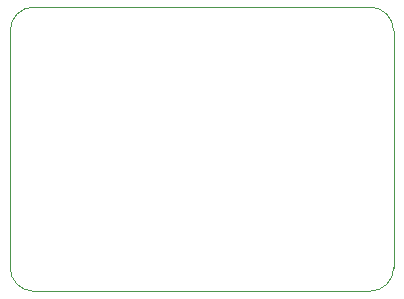
<source format=gbr>
%TF.GenerationSoftware,KiCad,Pcbnew,(5.1.6)-1*%
%TF.CreationDate,2021-01-16T21:26:58+01:00*%
%TF.ProjectId,hardware-smart-gaz-detector-extension-board,68617264-7761-4726-952d-736d6172742d,rev?*%
%TF.SameCoordinates,Original*%
%TF.FileFunction,Profile,NP*%
%FSLAX46Y46*%
G04 Gerber Fmt 4.6, Leading zero omitted, Abs format (unit mm)*
G04 Created by KiCad (PCBNEW (5.1.6)-1) date 2021-01-16 21:26:58*
%MOMM*%
%LPD*%
G01*
G04 APERTURE LIST*
%TA.AperFunction,Profile*%
%ADD10C,0.100000*%
%TD*%
G04 APERTURE END LIST*
D10*
X52000000Y-74064000D02*
X80460000Y-74064000D01*
X52000000Y-50000000D02*
X80460000Y-50000000D01*
X50000000Y-72064000D02*
X50000000Y-52000000D01*
X82460000Y-52000000D02*
X82460000Y-72064000D01*
X80460000Y-50000000D02*
G75*
G02*
X82460000Y-52000000I0J-2000000D01*
G01*
X82460000Y-72064000D02*
G75*
G02*
X80460000Y-74064000I-2000000J0D01*
G01*
X52000000Y-74064000D02*
G75*
G02*
X50000000Y-72064000I0J2000000D01*
G01*
X50000000Y-52000000D02*
G75*
G02*
X52000000Y-50000000I2000000J0D01*
G01*
M02*

</source>
